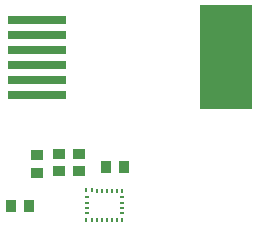
<source format=gtp>
G04 #@! TF.FileFunction,Paste,Top*
%FSLAX46Y46*%
G04 Gerber Fmt 4.6, Leading zero omitted, Abs format (unit mm)*
G04 Created by KiCad (PCBNEW 4.0.6-e0-6349~53~ubuntu16.04.1) date Sat Jul 29 16:27:28 2017*
%MOMM*%
%LPD*%
G01*
G04 APERTURE LIST*
%ADD10C,0.150000*%
%ADD11R,5.000000X0.760000*%
%ADD12R,4.500000X8.800000*%
%ADD13R,0.250000X0.350000*%
%ADD14R,0.350000X0.250000*%
%ADD15R,0.899160X1.000760*%
%ADD16R,0.900000X1.000000*%
%ADD17R,1.000760X0.899160*%
%ADD18R,1.000000X0.900000*%
G04 APERTURE END LIST*
D10*
D11*
X146000000Y-99325000D03*
X146000000Y-101865000D03*
X146000000Y-104405000D03*
X146000000Y-103135000D03*
X146000000Y-105675000D03*
X146000000Y-100595000D03*
D12*
X162050000Y-102500000D03*
D13*
X153205000Y-113775000D03*
X150195000Y-113750000D03*
X153205000Y-116225000D03*
X150195000Y-116225000D03*
X151915000Y-116225000D03*
X152775000Y-116225000D03*
X152345000Y-116225000D03*
X152775000Y-113775000D03*
D14*
X153175000Y-115645000D03*
X153175000Y-115215000D03*
D13*
X151915000Y-113775000D03*
X152345000Y-113775000D03*
X150625000Y-113750000D03*
D14*
X150225000Y-115645000D03*
X150225000Y-114355000D03*
D13*
X151055000Y-113775000D03*
D14*
X150225000Y-114785000D03*
X150225000Y-115215000D03*
X153175000Y-114355000D03*
X153175000Y-114785000D03*
D13*
X151485000Y-113775000D03*
X151055000Y-116225000D03*
X151485000Y-116225000D03*
X150625000Y-116225000D03*
D15*
X153351840Y-111800000D03*
D16*
X151848160Y-111800000D03*
D17*
X149600000Y-112151840D03*
D18*
X149600000Y-110648160D03*
D17*
X146000000Y-110748160D03*
D18*
X146000000Y-112251840D03*
D15*
X143848160Y-115100000D03*
D16*
X145351840Y-115100000D03*
D17*
X147900000Y-112151840D03*
D18*
X147900000Y-110648160D03*
M02*

</source>
